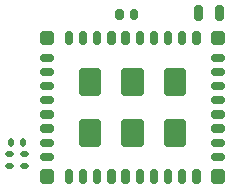
<source format=gtp>
G75*
G70*
%OFA0B0*%
%FSLAX24Y24*%
%IPPOS*%
%LPD*%
%AMOC8*
5,1,8,0,0,1.08239X$1,22.5*
%
%ADD10C,0.0201*%
%ADD11C,0.0202*%
%ADD12C,0.0198*%
%ADD13C,0.0197*%
%ADD14C,0.0202*%
D10*
X003982Y001510D02*
X003982Y001586D01*
X003982Y001510D02*
X003710Y001510D01*
X003710Y001586D01*
X003982Y001586D01*
X003982Y001982D02*
X003982Y002058D01*
X003982Y001982D02*
X003710Y001982D01*
X003710Y002058D01*
X003982Y002058D01*
X003982Y002455D02*
X003982Y002531D01*
X003982Y002455D02*
X003710Y002455D01*
X003710Y002531D01*
X003982Y002531D01*
X003982Y002927D02*
X003982Y003003D01*
X003982Y002927D02*
X003710Y002927D01*
X003710Y003003D01*
X003982Y003003D01*
X003982Y003400D02*
X003982Y003476D01*
X003982Y003400D02*
X003710Y003400D01*
X003710Y003476D01*
X003982Y003476D01*
X003982Y003872D02*
X003982Y003948D01*
X003982Y003872D02*
X003710Y003872D01*
X003710Y003948D01*
X003982Y003948D01*
X003982Y004345D02*
X003982Y004421D01*
X003982Y004345D02*
X003710Y004345D01*
X003710Y004421D01*
X003982Y004421D01*
X003982Y004817D02*
X003982Y004893D01*
X003982Y004817D02*
X003710Y004817D01*
X003710Y004893D01*
X003982Y004893D01*
X004537Y005369D02*
X004613Y005369D01*
X004537Y005369D02*
X004537Y005641D01*
X004613Y005641D01*
X004613Y005369D01*
X004613Y005569D02*
X004537Y005569D01*
X005009Y005369D02*
X005085Y005369D01*
X005009Y005369D02*
X005009Y005641D01*
X005085Y005641D01*
X005085Y005369D01*
X005085Y005569D02*
X005009Y005569D01*
X005482Y005369D02*
X005558Y005369D01*
X005482Y005369D02*
X005482Y005641D01*
X005558Y005641D01*
X005558Y005369D01*
X005558Y005569D02*
X005482Y005569D01*
X005954Y005369D02*
X006030Y005369D01*
X005954Y005369D02*
X005954Y005641D01*
X006030Y005641D01*
X006030Y005369D01*
X006030Y005569D02*
X005954Y005569D01*
X006427Y005369D02*
X006503Y005369D01*
X006427Y005369D02*
X006427Y005641D01*
X006503Y005641D01*
X006503Y005369D01*
X006503Y005569D02*
X006427Y005569D01*
X006899Y005369D02*
X006975Y005369D01*
X006899Y005369D02*
X006899Y005641D01*
X006975Y005641D01*
X006975Y005369D01*
X006975Y005569D02*
X006899Y005569D01*
X007371Y005369D02*
X007447Y005369D01*
X007371Y005369D02*
X007371Y005641D01*
X007447Y005641D01*
X007447Y005369D01*
X007447Y005569D02*
X007371Y005569D01*
X007844Y005369D02*
X007920Y005369D01*
X007844Y005369D02*
X007844Y005641D01*
X007920Y005641D01*
X007920Y005369D01*
X007920Y005569D02*
X007844Y005569D01*
X008316Y005369D02*
X008392Y005369D01*
X008316Y005369D02*
X008316Y005641D01*
X008392Y005641D01*
X008392Y005369D01*
X008392Y005569D02*
X008316Y005569D01*
X008789Y005369D02*
X008865Y005369D01*
X008789Y005369D02*
X008789Y005641D01*
X008865Y005641D01*
X008865Y005369D01*
X008865Y005569D02*
X008789Y005569D01*
X009419Y004893D02*
X009419Y004817D01*
X009419Y004893D02*
X009691Y004893D01*
X009691Y004817D01*
X009419Y004817D01*
X009419Y004421D02*
X009419Y004345D01*
X009419Y004421D02*
X009691Y004421D01*
X009691Y004345D01*
X009419Y004345D01*
X009419Y003948D02*
X009419Y003872D01*
X009419Y003948D02*
X009691Y003948D01*
X009691Y003872D01*
X009419Y003872D01*
X009419Y003476D02*
X009419Y003400D01*
X009419Y003476D02*
X009691Y003476D01*
X009691Y003400D01*
X009419Y003400D01*
X009419Y003003D02*
X009419Y002927D01*
X009419Y003003D02*
X009691Y003003D01*
X009691Y002927D01*
X009419Y002927D01*
X009419Y002531D02*
X009419Y002455D01*
X009419Y002531D02*
X009691Y002531D01*
X009691Y002455D01*
X009419Y002455D01*
X009419Y002058D02*
X009419Y001982D01*
X009419Y002058D02*
X009691Y002058D01*
X009691Y001982D01*
X009419Y001982D01*
X009419Y001586D02*
X009419Y001510D01*
X009419Y001586D02*
X009691Y001586D01*
X009691Y001510D01*
X009419Y001510D01*
X008865Y001034D02*
X008789Y001034D01*
X008865Y001034D02*
X008865Y000762D01*
X008789Y000762D01*
X008789Y001034D01*
X008789Y000962D02*
X008865Y000962D01*
X008392Y001034D02*
X008316Y001034D01*
X008392Y001034D02*
X008392Y000762D01*
X008316Y000762D01*
X008316Y001034D01*
X008316Y000962D02*
X008392Y000962D01*
X007920Y001034D02*
X007844Y001034D01*
X007920Y001034D02*
X007920Y000762D01*
X007844Y000762D01*
X007844Y001034D01*
X007844Y000962D02*
X007920Y000962D01*
X007447Y001034D02*
X007371Y001034D01*
X007447Y001034D02*
X007447Y000762D01*
X007371Y000762D01*
X007371Y001034D01*
X007371Y000962D02*
X007447Y000962D01*
X006975Y001034D02*
X006899Y001034D01*
X006975Y001034D02*
X006975Y000762D01*
X006899Y000762D01*
X006899Y001034D01*
X006899Y000962D02*
X006975Y000962D01*
X006503Y001034D02*
X006427Y001034D01*
X006503Y001034D02*
X006503Y000762D01*
X006427Y000762D01*
X006427Y001034D01*
X006427Y000962D02*
X006503Y000962D01*
X006030Y001034D02*
X005954Y001034D01*
X006030Y001034D02*
X006030Y000762D01*
X005954Y000762D01*
X005954Y001034D01*
X005954Y000962D02*
X006030Y000962D01*
X005558Y001034D02*
X005482Y001034D01*
X005558Y001034D02*
X005558Y000762D01*
X005482Y000762D01*
X005482Y001034D01*
X005482Y000962D02*
X005558Y000962D01*
X005085Y001034D02*
X005009Y001034D01*
X005085Y001034D02*
X005085Y000762D01*
X005009Y000762D01*
X005009Y001034D01*
X005009Y000962D02*
X005085Y000962D01*
X004613Y001034D02*
X004537Y001034D01*
X004613Y001034D02*
X004613Y000762D01*
X004537Y000762D01*
X004537Y001034D01*
X004537Y000962D02*
X004613Y000962D01*
X006223Y006225D02*
X006299Y006225D01*
X006223Y006225D02*
X006223Y006379D01*
X006299Y006379D01*
X006299Y006225D01*
X006703Y006225D02*
X006779Y006225D01*
X006703Y006225D02*
X006703Y006379D01*
X006779Y006379D01*
X006779Y006225D01*
D11*
X006974Y004419D02*
X006974Y003677D01*
X006428Y003677D01*
X006428Y004419D01*
X006974Y004419D01*
X006974Y003878D02*
X006428Y003878D01*
X006428Y004079D02*
X006974Y004079D01*
X006974Y004280D02*
X006428Y004280D01*
X005556Y004419D02*
X005556Y003677D01*
X005010Y003677D01*
X005010Y004419D01*
X005556Y004419D01*
X005556Y003878D02*
X005010Y003878D01*
X005010Y004079D02*
X005556Y004079D01*
X005556Y004280D02*
X005010Y004280D01*
X005556Y002726D02*
X005556Y001984D01*
X005010Y001984D01*
X005010Y002726D01*
X005556Y002726D01*
X005556Y002185D02*
X005010Y002185D01*
X005010Y002386D02*
X005556Y002386D01*
X005556Y002587D02*
X005010Y002587D01*
X006974Y002726D02*
X006974Y001984D01*
X006428Y001984D01*
X006428Y002726D01*
X006974Y002726D01*
X006974Y002185D02*
X006428Y002185D01*
X006428Y002386D02*
X006974Y002386D01*
X006974Y002587D02*
X006428Y002587D01*
X008391Y002726D02*
X008391Y001984D01*
X007845Y001984D01*
X007845Y002726D01*
X008391Y002726D01*
X008391Y002185D02*
X007845Y002185D01*
X007845Y002386D02*
X008391Y002386D01*
X008391Y002587D02*
X007845Y002587D01*
X008391Y003677D02*
X008391Y004419D01*
X008391Y003677D02*
X007845Y003677D01*
X007845Y004419D01*
X008391Y004419D01*
X008391Y003878D02*
X007845Y003878D01*
X007845Y004079D02*
X008391Y004079D01*
X008391Y004280D02*
X007845Y004280D01*
D12*
X009692Y005368D02*
X009692Y005642D01*
X009692Y005368D02*
X009418Y005368D01*
X009418Y005642D01*
X009692Y005642D01*
X009692Y005565D02*
X009418Y005565D01*
X003983Y005642D02*
X003983Y005368D01*
X003709Y005368D01*
X003709Y005642D01*
X003983Y005642D01*
X003983Y005565D02*
X003709Y005565D01*
X003983Y001035D02*
X003983Y000761D01*
X003709Y000761D01*
X003709Y001035D01*
X003983Y001035D01*
X003983Y000958D02*
X003709Y000958D01*
X009692Y001035D02*
X009692Y000761D01*
X009418Y000761D01*
X009418Y001035D01*
X009692Y001035D01*
X009692Y000958D02*
X009418Y000958D01*
D13*
X002561Y001255D02*
X002561Y001255D01*
X002641Y001255D01*
X002641Y001255D01*
X002561Y001255D01*
X002561Y001648D02*
X002561Y001648D01*
X002641Y001648D01*
X002641Y001648D01*
X002561Y001648D01*
X002654Y001987D02*
X002654Y001987D01*
X002654Y002067D01*
X002654Y002067D01*
X002654Y001987D01*
X003048Y001987D02*
X003048Y001987D01*
X003048Y002067D01*
X003048Y002067D01*
X003048Y001987D01*
X003061Y001648D02*
X003061Y001648D01*
X003141Y001648D01*
X003141Y001648D01*
X003061Y001648D01*
X003061Y001255D02*
X003061Y001255D01*
X003141Y001255D01*
X003141Y001255D01*
X003061Y001255D01*
D14*
X008840Y006526D02*
X008952Y006526D01*
X008952Y006178D01*
X008840Y006178D01*
X008840Y006526D01*
X008840Y006379D02*
X008952Y006379D01*
X009549Y006526D02*
X009661Y006526D01*
X009661Y006178D01*
X009549Y006178D01*
X009549Y006526D01*
X009549Y006379D02*
X009661Y006379D01*
M02*

</source>
